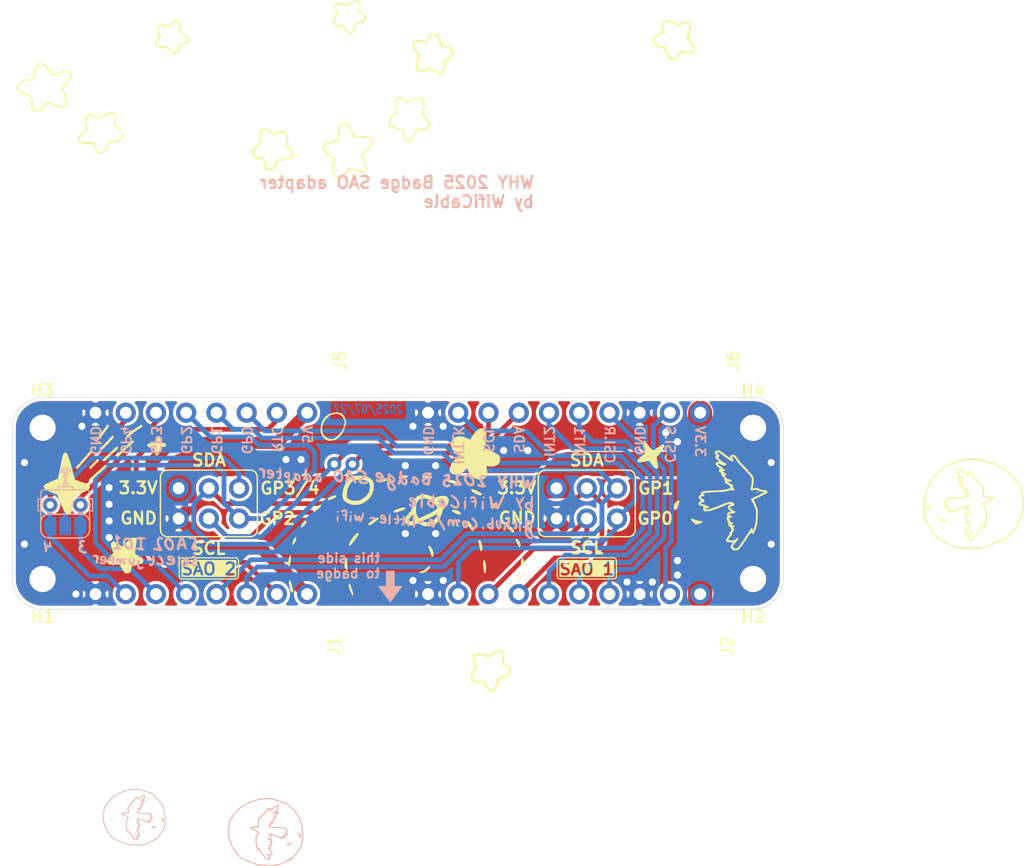
<source format=kicad_pcb>
(kicad_pcb (version 20241229) (generator "pcbnew") (generator_version "9.0")
  (layers (0 "F.Cu" signal) (2 "B.Cu" signal) (13 "F.Paste" user) (15 "B.Paste" user) (5 "F.SilkS" user "F.Silkscreen") (7 "B.SilkS" user "B.Silkscreen") (1 "F.Mask" user) (3 "B.Mask" user) (25 "Edge.Cuts" user))
  (net 0 "")
  (net 1 "GPIO4")
  (net 2 "GPIO3")
  (net 3 "+5V")
  (net 4 "GPIO0")
  (net 5 "RTC")
  (net 6 "GPIO2")
  (net 7 "GPIO1")
  (net 8 "GND")
  (net 9 "INT_KEYBOARD")
  (net 10 "INT2")
  (net 11 "CSI.RESET")
  (net 12 "CSI.STROBE")
  (net 13 "+3.3V")
  (net 14 "SCL")
  (net 15 "INT1")
  (net 16 "SDA")
  (net 17 "Net-(J4-Pin_5)")
  (footprint "Connector_PinSocket_2.54mm:PinSocket_1x10_P2.54mm_Horizontal" (layer "F.Cu") (at 150.495 95.25 -90)
    (property "Reference" "J6" (at -4.38 -2.77 90) (layer "F.SilkS"))
    (property "Value" "Conn_01x10_Pin")
    (pad "1" thru_hole circle (at 0 0 270) (size 1.7 1.7) (drill 1) (layers "*.Cu" "*.Mask") (net 13 "+3.3V"))
    (pad "2" thru_hole circle (at 0 2.54 270) (size 1.7 1.7) (drill 1) (layers "*.Cu" "*.Mask") (net 12 "CSI.STROBE"))
    (pad "3" thru_hole circle (at -0.000001 5.08 270) (size 1.7 1.7) (drill 1) (layers "*.Cu" "*.Mask") (net 8 "GND"))
    (pad "4" thru_hole circle (at 0 7.62 270) (size 1.7 1.7) (drill 1) (layers "*.Cu" "*.Mask") (net 11 "CSI.RESET"))
    (pad "5" thru_hole circle (at 0 10.16 270) (size 1.7 1.7) (drill 1) (layers "*.Cu" "*.Mask") (net 15 "INT1"))
    (pad "6" thru_hole circle (at 0 12.7 270) (size 1.7 1.7) (drill 1) (layers "*.Cu" "*.Mask") (net 10 "INT2"))
    (pad "7" thru_hole circle (at -0.000001 15.240001 270) (size 1.7 1.7) (drill 1) (layers "*.Cu" "*.Mask") (net 16 "SDA"))
    (pad "8" thru_hole circle (at 0.000001 17.78 270) (size 1.7 1.7) (drill 1) (layers "*.Cu" "*.Mask") (net 14 "SCL"))
    (pad "9" thru_hole circle (at 0.000001 20.319999 270) (size 1.7 1.7) (drill 1) (layers "*.Cu" "*.Mask") (net 9 "INT_KEYBOARD"))
    (pad "10" thru_hole circle (at 0 22.86 270) (size 1.7 1.7) (drill 1) (layers "*.Cu" "*.Mask") (net 8 "GND"))
  )
  (footprint "LOGO" (layer "F.Cu") (at 148.336 63.87898 180)
    (property "Reference" "G***" (hide yes))
    (property "Value" "LOGO" (hide yes))
  )
  (footprint "LOGO" (layer "F.Cu") (at 114.554 73.02298 112.5)
    (property "Reference" "G***" (hide yes))
    (property "Value" "LOGO" (hide yes))
  )
  (footprint "MountingHole:MountingHole_2.2mm_M2_Pad" (layer "F.Cu") (at 95.25 96.52)
    (property "Reference" "H3" (at 0 -3.15 0) (layer "F.SilkS"))
    (property "Value" "Hole_Pad")
    (pad "1" thru_hole circle (at 0 0) (size 4.4 4.4) (drill 2.2) (layers "*.Cu" "*.Mask") (net 8 "GND"))
  )
  (footprint "LOGO" (layer "F.Cu") (at 125.41898 102.513143)
    (property "Reference" "G***" (hide yes))
    (property "Value" "LOGO" (hide yes))
  )
  (footprint "LOGO" (layer "F.Cu") (at 132.842 116.84 -90)
    (property "Reference" "G***" (hide yes))
    (property "Value" "LOGO" (hide yes))
  )
  (footprint "MountingHole:MountingHole_2.2mm_M2_Pad" (layer "F.Cu") (at 154.94 96.52)
    (property "Reference" "H4" (at 0 -3.15 0) (layer "F.SilkS"))
    (property "Value" "Hole_Pad")
    (pad "1" thru_hole circle (at 0 0) (size 4.4 4.4) (drill 2.2) (layers "*.Cu" "*.Mask") (net 8 "GND"))
  )
  (footprint "Connector_PinSocket_2.54mm:PinSocket_1x08_P2.54mm_Horizontal" (layer "F.Cu") (at 117.475 95.25 -90)
    (property "Reference" "J5" (at -4.38 -2.77 90) (layer "F.SilkS"))
    (property "Value" "Conn_01x08_Pin")
    (pad "1" thru_hole circle (at 0 0 270) (size 1.7 1.7) (drill 1) (layers "*.Cu" "*.Mask") (net 3 "+5V"))
    (pad "2" thru_hole circle (at 0 2.54 270) (size 1.7 1.7) (drill 1) (layers "*.Cu" "*.Mask") (net 5 "RTC"))
    (pad "3" thru_hole circle (at -0.000001 5.08 270) (size 1.7 1.7) (drill 1) (layers "*.Cu" "*.Mask") (net 4 "GPIO0"))
    (pad "4" thru_hole circle (at 0 7.62 270) (size 1.7 1.7) (drill 1) (layers "*.Cu" "*.Mask") (net 7 "GPIO1"))
    (pad "5" thru_hole circle (at 0 10.16 270) (size 1.7 1.7) (drill 1) (layers "*.Cu" "*.Mask") (net 6 "GPIO2"))
    (pad "6" thru_hole circle (at 0 12.7 270) (size 1.7 1.7) (drill 1) (layers "*.Cu" "*.Mask") (net 2 "GPIO3"))
    (pad "7" thru_hole circle (at -0.000001 15.240001 270) (size 1.7 1.7) (drill 1) (layers "*.Cu" "*.Mask") (net 1 "GPIO4"))
    (pad "8" thru_hole circle (at 0.000001 17.78 270) (size 1.7 1.7) (drill 1) (layers "*.Cu" "*.Mask") (net 8 "GND"))
  )
  (footprint "MountingHole:MountingHole_2.2mm_M2_Pad" (layer "F.Cu") (at 95.25 109.22 180)
    (property "Reference" "H1" (at 0 -3.150001 0) (layer "F.SilkS"))
    (property "Value" "Hole_Pad")
    (pad "1" thru_hole circle (at 0 0 180) (size 4.4 4.4) (drill 2.2) (layers "*.Cu" "*.Mask") (net 8 "GND"))
  )
  (footprint "LOGO" (layer "F.Cu") (at 128.016 65.14898)
    (property "Reference" "G***" (hide yes))
    (property "Value" "LOGO" (hide yes))
  )
  (footprint "LOGO" (layer "F.Cu") (at 125.41898 102.513143)
    (property "Reference" "G***" (hide yes))
    (property "Value" "LOGO" (hide yes))
  )
  (footprint "MountingHole:MountingHole_2.2mm_M2_Pad" (layer "F.Cu") (at 154.94 109.22 180)
    (property "Reference" "H2" (at 0 -3.150001 0) (layer "F.SilkS"))
    (property "Value" "Hole_Pad")
    (pad "1" thru_hole circle (at 0 0 180) (size 4.4 4.4) (drill 2.2) (layers "*.Cu" "*.Mask") (net 8 "GND"))
  )
  (footprint "LOGO" (layer "F.Cu") (at 173.394095 102.997)
    (property "Reference" "G***" (hide yes))
    (property "Value" "LOGO" (hide yes))
  )
  (footprint "LOGO" (layer "F.Cu") (at 101.6 67.94298 -157.5)
    (property "Reference" "G***" (hide yes))
    (property "Value" "LOGO" (hide yes))
  )
  (footprint "Connector_PinSocket_2.54mm:PinSocket_2x03_P2.54mm_Vertical" (layer "F.Cu") (at 106.68 101.6 90)
    (property "Reference" "J4" (hide yes))
    (property "Value" "SAO2")
    (pad "1" thru_hole circle (at 0 0 90) (size 1.7 1.7) (drill 1) (layers "*.Cu" "*.Mask") (net 13 "+3.3V"))
    (pad "2" thru_hole circle (at -2.54 0 90) (size 1.7 1.7) (drill 1) (layers "*.Cu" "*.Mask") (net 8 "GND"))
    (pad "3" thru_hole circle (at 0 2.54 90) (size 1.7 1.7) (drill 1) (layers "*.Cu" "*.Mask") (net 16 "SDA"))
    (pad "4" thru_hole circle (at -2.54 2.54 90) (size 1.7 1.7) (drill 1) (layers "*.Cu" "*.Mask") (net 14 "SCL"))
    (pad "5" thru_hole circle (at 0.000001 5.08 90) (size 1.7 1.7) (drill 1) (layers "*.Cu" "*.Mask") (net 17 "Net-(J4-Pin_5)"))
    (pad "6" thru_hole circle (at -2.54 5.08 90) (size 1.7 1.7) (drill 1) (layers "*.Cu" "*.Mask") (net 6 "GPIO2"))
  )
  (footprint "Connector_PinHeader_2.54mm:PinHeader_1x08_P2.54mm_Horizontal" (layer "F.Cu") (at 117.475 110.49 -90)
    (property "Reference" "J1" (at 4.385 -2.270001 90) (layer "F.SilkS"))
    (property "Value" "Conn_01x08_Pin")
    (pad "1" thru_hole circle (at 0 0 270) (size 1.7 1.7) (drill 1) (layers "*.Cu" "*.Mask") (net 3 "+5V"))
    (pad "2" thru_hole circle (at 0 2.54 270) (size 1.7 1.7) (drill 1) (layers "*.Cu" "*.Mask") (net 5 "RTC"))
    (pad "3" thru_hole circle (at 0.000001 5.08 270) (size 1.7 1.7) (drill 1) (layers "*.Cu" "*.Mask") (net 4 "GPIO0"))
    (pad "4" thru_hole circle (at 0 7.62 270) (size 1.7 1.7) (drill 1) (layers "*.Cu" "*.Mask") (net 7 "GPIO1"))
    (pad "5" thru_hole circle (at 0 10.16 270) (size 1.7 1.7) (drill 1) (layers "*.Cu" "*.Mask") (net 6 "GPIO2"))
    (pad "6" thru_hole circle (at 0 12.7 270) (size 1.7 1.7) (drill 1) (layers "*.Cu" "*.Mask") (net 2 "GPIO3"))
    (pad "7" thru_hole circle (at -0.000001 15.240001 270) (size 1.7 1.7) (drill 1) (layers "*.Cu" "*.Mask") (net 1 "GPIO4"))
    (pad "8" thru_hole circle (at 0.000001 17.78 270) (size 1.7 1.7) (drill 1) (layers "*.Cu" "*.Mask") (net 8 "GND"))
  )
  (footprint "LOGO" (layer "F.Cu") (at 123.19 67.68898 -90)
    (property "Reference" "G***" (hide yes))
    (property "Value" "LOGO" (hide yes))
  )
  (footprint "LOGO" (layer "F.Cu") (at 132.365416 107.042474 -90)
    (property "Reference" "G***" (hide yes))
    (property "Value" "LOGO" (hide yes))
  )
  (footprint "Connector_PinSocket_2.54mm:PinSocket_2x03_P2.54mm_Vertical" (layer "F.Cu") (at 138.43 101.6 90)
    (property "Reference" "J3" (hide yes))
    (property "Value" "SAO1")
    (pad "1" thru_hole circle (at 0 0 90) (size 1.7 1.7) (drill 1) (layers "*.Cu" "*.Mask") (net 13 "+3.3V"))
    (pad "2" thru_hole circle (at -2.54 0 90) (size 1.7 1.7) (drill 1) (layers "*.Cu" "*.Mask") (net 8 "GND"))
    (pad "3" thru_hole circle (at 0 2.54 90) (size 1.7 1.7) (drill 1) (layers "*.Cu" "*.Mask") (net 16 "SDA"))
    (pad "4" thru_hole circle (at -2.54 2.54 90) (size 1.7 1.7) (drill 1) (layers "*.Cu" "*.Mask") (net 14 "SCL"))
    (pad "5" thru_hole circle (at 0.000001 5.08 90) (size 1.7 1.7) (drill 1) (layers "*.Cu" "*.Mask") (net 7 "GPIO1"))
    (pad "6" thru_hole circle (at -2.54 5.08 90) (size 1.7 1.7) (drill 1) (layers "*.Cu" "*.Mask") (net 4 "GPIO0"))
  )
  (footprint "LOGO" (layer "F.Cu") (at 153.67 102.6668)
    (property "Reference" "G***" (hide yes))
    (property "Value" "LOGO" (hide yes))
  )
  (footprint "Connector_PinHeader_2.54mm:PinHeader_1x10_P2.54mm_Horizontal" (layer "F.Cu") (at 150.495 110.49 -90)
    (property "Reference" "J2" (at 4.385 -2.270001 90) (layer "F.SilkS"))
    (property "Value" "Conn_01x10_Pin")
    (pad "1" thru_hole circle (at 0 0 270) (size 1.7 1.7) (drill 1) (layers "*.Cu" "*.Mask") (net 13 "+3.3V"))
    (pad "2" thru_hole circle (at 0 2.54 270) (size 1.7 1.7) (drill 1) (layers "*.Cu" "*.Mask") (net 12 "CSI.STROBE"))
    (pad "3" thru_hole circle (at -0.000001 5.08 270) (size 1.7 1.7) (drill 1) (layers "*.Cu" "*.Mask") (net 8 "GND"))
    (pad "4" thru_hole circle (at 0 7.62 270) (size 1.7 1.7) (drill 1) (layers "*.Cu" "*.Mask") (net 11 "CSI.RESET"))
    (pad "5" thru_hole circle (at 0 10.16 270) (size 1.7 1.7) (drill 1) (layers "*.Cu" "*.Mask") (net 15 "INT1"))
    (pad "6" thru_hole circle (at 0 12.7 270) (size 1.7 1.7) (drill 1) (layers "*.Cu" "*.Mask") (net 10 "INT2"))
    (pad "7" thru_hole circle (at -0.000001 15.240001 270) (size 1.7 1.7) (drill 1) (layers "*.Cu" "*.Mask") (net 16 "SDA"))
    (pad "8" thru_hole circle (at 0.000001 17.78 270) (size 1.7 1.7) (drill 1) (layers "*.Cu" "*.Mask") (net 14 "SCL"))
    (pad "9" thru_hole circle (at 0.000001 20.319999 270) (size 1.7 1.7) (drill 1) (layers "*.Cu" "*.Mask") (net 9 "INT_KEYBOARD"))
    (pad "10" thru_hole circle (at 0 22.86 270) (size 1.7 1.7) (drill 1) (layers "*.Cu" "*.Mask") (net 8 "GND"))
  )
  (footprint "LOGO" (layer "B.Cu") (at 101.854 107.442 180)
    (property "Reference" "G***" (hide yes))
    (property "Value" "LOGO" (hide yes))
  )
  (footprint "LOGO" (layer "B.Cu") (at 114.046 130.556 180)
    (property "Reference" "G***" (hide yes))
    (property "Value" "LOGO" (hide yes))
  )
  (footprint "LOGO" (layer "B.Cu") (at 102.997 129.286 180)
    (property "Reference" "G***" (hide yes))
    (property "Value" "LOGO" (hide yes))
  )
  (footprint "Jumper:SolderJumper-3_P1.3mm_Open_RoundedPad1.0x1.5mm" (layer "B.Cu") (at 97.155 104.775 180)
    (property "Reference" "JP1" (hide yes))
    (property "Value" "GPIO select")
    (pad "1" smd custom (at -1.300001 0.000001 180) (size 1 0.5) (layers "B.Cu" "B.Mask") (net 2 "GPIO3") (options (clearance outline) (anchor rect)) (primitives (gr_circle (center 0 -0.25) (end 0.5 -0.25) (width 0) (fill yes)) (gr_circle (center 0 0.25) (end 0.5 0.25) (width 0) (fill yes)) (gr_poly (pts (xy 0.55 -0.75) (xy 0 -0.75) (xy 0 0.75) (xy 0.55 0.75)) (width 0) (fill yes))))
    (pad "2" smd rect (at 0 0 180) (size 1 1.5) (layers "B.Cu" "B.Mask") (net 17 "Net-(J4-Pin_5)"))
    (pad "3" smd custom (at 1.300001 -0.000001 180) (size 1 0.5) (layers "B.Cu" "B.Mask") (net 1 "GPIO4") (options (clearance outline) (anchor rect)) (primitives (gr_circle (center 0 -0.25) (end 0.5 -0.25) (width 0) (fill yes)) (gr_circle (center 0 0.25) (end 0.5 0.25) (width 0) (fill yes)) (gr_poly (pts (xy 0 -0.75) (xy -0.55 -0.75) (xy -0.55 0.75) (xy 0 0.75)) (width 0) (fill yes))))
  )
  (footprint "LOGO" (layer "B.Cu") (at 152.908 102.997 180)
    (property "Reference" "G***" (hide yes))
    (property "Value" "LOGO" (hide yes))
  )
  (footprint "LOGO" (layer "B.Cu") (at 124.714 103.017696 180)
    (property "Reference" "G***" (hide yes))
    (property "Value" "LOGO" (hide yes))
  )
  (footprint "LOGO" (layer "B.Cu") (at 162.941 102.997 180)
    (property "Reference" "G***" (hide yes))
    (property "Value" "LOGO" (hide yes))
  )
  (gr_line (start 100.1268 98.3488) (end 100.6348 97.84588) (stroke (width 0.2)) (layer "F.SilkS"))
  (gr_line (start 106.9848 109.22) (end 111.4552 109.22) (stroke (width 0.1)) (layer "F.SilkS"))
  (gr_arc (start 111.4552 107.442) (mid 111.634805 107.516395) (end 111.7092 107.696) (stroke (width 0.1)) (layer "F.SilkS"))
  (gr_line (start 111.4552 107.442) (end 106.9848 107.442) (stroke (width 0.1)) (layer "F.SilkS"))
  (gr_arc (start 106.9848 109.22) (mid 106.805195 109.145605) (end 106.7308 108.966) (stroke (width 0.1)) (layer "F.SilkS"))
  (gr_line (start 100.2538 97.0153) (end 100.7364 96.3549) (stroke (width 0.2)) (layer "F.SilkS"))
  (gr_line (start 102.362 97.2312) (end 102.8954 96.7994) (stroke (width 0.2)) (layer "F.SilkS"))
  (gr_line (start 138.7348 109.22) (end 143.2052 109.22) (stroke (width 0.1)) (layer "F.SilkS"))
  (gr_arc (start 143.2052 107.442) (mid 143.384805 107.516395) (end 143.4592 107.696) (stroke (width 0.1)) (layer "F.SilkS"))
  (gr_arc (start 106.7308 107.696) (mid 106.805195 107.516395) (end 106.9848 107.442) (stroke (width 0.1)) (layer "F.SilkS"))
  (gr_line (start 143.4592 108.966) (end 143.4592 107.696) (stroke (width 0.1)) (layer "F.SilkS"))
  (gr_line (start 99.2378 100.9142) (end 100.5332 99.7458) (stroke (width 0.2)) (layer "F.SilkS"))
  (gr_line (start 101.5492 98.8568) (end 102.1969 98.2345) (stroke (width 0.2)) (layer "F.SilkS"))
  (gr_line (start 106.7308 107.696) (end 106.7308 108.966) (stroke (width 0.1)) (layer "F.SilkS"))
  (gr_line (start 100.6348 97.8408) (end 101.1428 97.282) (stroke (width 0.2)) (layer "F.SilkS"))
  (gr_arc (start 111.7092 108.966) (mid 111.634805 109.145605) (end 111.4552 109.22) (stroke (width 0.1)) (layer "F.SilkS"))
  (gr_arc (start 138.4808 107.696) (mid 138.555195 107.516395) (end 138.7348 107.442) (stroke (width 0.1)) (layer "F.SilkS"))
  (gr_arc (start 138.7348 109.22) (mid 138.555195 109.145605) (end 138.4808 108.966) (stroke (width 0.1)) (layer "F.SilkS"))
  (gr_line (start 143.2052 107.442) (end 138.7348 107.442) (stroke (width 0.1)) (layer "F.SilkS"))
  (gr_line (start 138.4808 107.696) (end 138.4808 108.966) (stroke (width 0.1)) (layer "F.SilkS"))
  (gr_line (start 102.8954 96.7994) (end 103.5304 96.3676) (stroke (width 0.2)) (layer "F.SilkS"))
  (gr_line (start 100.4062 99.2378) (end 101.4984 98.1964) (stroke (width 0.2)) (layer "F.SilkS"))
  (gr_line (start 99.8982 97.4471) (end 100.2538 97.0153) (stroke (width 0.2)) (layer "F.SilkS"))
  (gr_line (start 98.1456 99.8728) (end 99.314 98.552) (stroke (width 0.2)) (layer "F.SilkS"))
  (gr_line (start 111.7092 108.966) (end 111.7092 107.696) (stroke (width 0.1)) (layer "F.SilkS"))
  (gr_arc (start 143.4592 108.966) (mid 143.384805 109.145605) (end 143.2052 109.22) (stroke (width 0.1)) (layer "F.SilkS"))
  (gr_line (start 102.1969 98.2345) (end 102.8192 97.6884) (stroke (width 0.2)) (layer "F.SilkS"))
  (gr_line (start 99.2632 99.8728) (end 99.8728 99.2632) (stroke (width 0.2)) (layer "F.SilkS"))
  (gr_line (start 99.441 103.505) (end 99.2124 103.505) (stroke (width 0.1)) (layer "B.SilkS"))
  (gr_line (start 94.869 103.505) (end 95.0976 103.505) (stroke (width 0.1)) (layer "B.SilkS"))
  (gr_line (start 97.155 100.711) (end 97.0026 101.473) (stroke (width 0.1)) (layer "B.SilkS"))
  (gr_line (start 99.441 102.489) (end 99.441 103.505) (stroke (width 0.1)) (layer "B.SilkS"))
  (gr_arc (start 95.105999 101.981) (mid 95.180394 101.801394) (end 95.36 101.726999) (stroke (width 0.1)) (layer "B.SilkS"))
  (gr_arc (start 96.81375 100.24275) (mid 97.155 100.1014) (end 97.49625 100.24275) (stroke (width 0.1)) (layer "B.SilkS"))
  (gr_arc (start 96.938726 100.367726) (mid 97.155 100.278142) (end 97.371274 100.367726) (stroke (width 0.1)) (layer "B.SilkS"))
  (gr_circle (center 95.885 102.997) (end 96.52 102.997) (stroke (width 0.1)) (fill no) (layer "B.SilkS"))
  (gr_line (start 95.0976 102.489) (end 94.869 102.489) (stroke (width 0.1)) (layer "B.SilkS"))
  (gr_poly (pts (xy 125.4125 109.855) (xy 124.7775 109.855) (xy 124.7775 108.585) (xy 124.1425 108.585) (xy 124.1425 109.855) (xy 123.5075 109.855) (xy 124.46 111.125)) (stroke (width 0.1)) (fill yes) (layer "B.SilkS"))
  (gr_line (start 97.79 101.473) (end 96.52 101.473) (stroke (width 0.1)) (layer "B.SilkS"))
  (gr_line (start 98.933 101.727) (end 95.377 101.727) (stroke (width 0.1)) (layer "B.SilkS"))
  (gr_line (start 96.52 101.473) (end 96.52 101.727) (stroke (width 0.1)) (layer "B.SilkS"))
  (gr_line (start 97.3074 101.473) (end 97.155 100.711) (stroke (width 0.1)) (layer "B.SilkS"))
  (gr_line (start 99.2124 102.489) (end 99.441 102.489) (stroke (width 0.1)) (layer "B.SilkS"))
  (gr_line (start 97.79 101.727) (end 97.79 101.473) (stroke (width 0.1)) (layer "B.SilkS"))
  (gr_circle (center 97.155 100.584) (end 97.155 100.711) (stroke (width 0.1)) (fill no) (layer "B.SilkS"))
  (gr_arc (start 96.688027 100.117027) (mid 97.155 99.9236) (end 97.621973 100.117027) (stroke (width 0.1)) (layer "B.SilkS"))
  (gr_arc (start 98.933 101.727) (mid 99.112605 101.801395) (end 99.187 101.981) (stroke (width 0.1)) (layer "B.SilkS"))
  (gr_circle (center 98.425 102.997) (end 97.79 102.997) (stroke (width 0.1)) (fill no) (layer "B.SilkS"))
  (gr_line (start 99.205 104.475) (end 99.187 101.981) (stroke (width 0.1)) (layer "B.SilkS"))
  (gr_line (start 95.105999 101.981) (end 95.105 104.475) (stroke (width 0.1)) (layer "B.SilkS"))
  (gr_line (start 94.869 102.489) (end 94.869 103.505) (stroke (width 0.1)) (layer "B.SilkS"))
  (gr_arc (start 95.25 111.76) (mid 93.453949 111.016051) (end 92.71 109.22) (stroke (width 0.05)) (layer "Edge.Cuts"))
  (gr_line (start 157.48 109.22) (end 157.48 96.52) (stroke (width 0.05)) (layer "Edge.Cuts"))
  (gr_line (start 154.94 93.98) (end 95.25 93.98) (stroke (width 0.05)) (layer "Edge.Cuts"))
  (gr_line (start 95.25 111.76) (end 154.94 111.76) (stroke (width 0.05)) (layer "Edge.Cuts"))
  (gr_arc (start 154.94 93.98) (mid 156.736051 94.723949) (end 157.48 96.52) (stroke (width 0.05)) (layer "Edge.Cuts"))
  (gr_arc (start 157.48 109.22) (mid 156.736051 111.016051) (end 154.94 111.76) (stroke (width 0.05)) (layer "Edge.Cuts"))
  (gr_line (start 92.71 96.52) (end 92.71 109.22) (stroke (width 0.05)) (layer "Edge.Cuts"))
  (gr_arc (start 92.71 96.52) (mid 93.453949 94.723949) (end 95.25 93.98) (stroke (width 0.05)) (layer "Edge.Cuts"))
  (gr_text "2025/07/27" (at 125.603 95.377 0) (layer "B.Cu") (effects (font (size 0.7 0.6) (thickness 0.12) (bold yes)) (justify left bottom mirror)))
  (gr_text "GND" (at 136.779 104.11 0) (layer "F.SilkS") (effects (font (size 1 1) (thickness 0.2) (bold yes)) (justify right)))
  (gr_text "SAO 2" (at 109.22 108.966 0) (layer "F.SilkS" knockout) (effects (font (size 1 1) (thickness 0.2) (bold yes)) (justify bottom)))
  (gr_text "SCL" (at 140.97 107.188 0) (layer "F.SilkS") (effects (font (size 1 1) (thickness 0.2) (bold yes)) (justify bottom)))
  (gr_text "SAO 1" (at 140.97 108.966 0) (layer "F.SilkS" knockout) (effects (font (size 1 1) (thickness 0.2) (bold yes)) (justify bottom)))
  (gr_text "GP0" (at 145.101 104.14 0) (layer "F.SilkS") (effects (font (size 1 1) (thickness 0.2) (bold yes)) (justify left)))
  (gr_text "SDA" (at 109.22 99.822 0) (layer "F.SilkS") (effects (font (size 1 1) (thickness 0.2) (bold yes)) (justify bottom)))
  (gr_text "GP1" (at 145.161 101.6 0) (layer "F.SilkS") (effects (font (size 1 1) (thickness 0.2) (bold yes)) (justify left)))
  (gr_text "GP3/4" (at 113.4202 101.6 0) (layer "F.SilkS") (effects (font (size 1 1) (thickness 0.2) (bold yes)) (justify left)))
  (gr_text "GND" (at 104.969 104.11 0) (layer "F.SilkS") (effects (font (size 1 1) (thickness 0.2) (bold yes)) (justify right)))
  (gr_text "SCL" (at 109.22 107.2388 0) (layer "F.SilkS") (effects (font (size 1 1) (thickness 0.2) (bold yes)) (justify bottom)))
  (gr_text "3.3V" (at 105.029 101.57 0) (layer "F.SilkS") (effects (font (size 1 1) (thickness 0.2) (bold yes)) (justify right)))
  (gr_text "3.3V" (at 136.839 101.57 0) (layer "F.SilkS") (effects (font (size 1 1) (thickness 0.2) (bold yes)) (justify right)))
  (gr_text "GP2" (at 113.3602 104.14 0) (layer "F.SilkS") (effects (font (size 1 1) (thickness 0.2) (bold yes)) (justify left)))
  (gr_text "SDA" (at 140.97 99.822 0) (layer "F.SilkS") (effects (font (size 1 1) (thickness 0.2) (bold yes)) (justify bottom)))
  (gr_text "GP3" (at 104.775 96.266 270) (layer "B.SilkS") (effects (font (size 0.8 0.8) (thickness 0.16) (bold yes)) (justify right mirror)))
  (gr_text "GND" (at 127.635 96.266 270) (layer "B.SilkS") (effects (font (size 0.8 0.8) (thickness 0.16) (bold yes)) (justify right mirror)))
  (gr_text "RTC" (at 114.935 96.266 270) (layer "B.SilkS") (effects (font (size 0.8 0.8) (thickness 0.16) (bold yes)) (justify right mirror)))
  (gr_text "this side\nto badge" (at 123.698 109.22 0) (layer "B.SilkS") (effects (font (size 0.8 0.8) (thickness 0.16) (bold yes)) (justify left bottom mirror)))
  (gr_text "SDA" (at 135.255 96.266 270) (layer "B.SilkS") (effects (font (size 0.8 0.8) (thickness 0.16) (bold yes)) (justify right mirror)))
  (gr_text "CSI.S" (at 147.955 96.266 270) (layer "B.SilkS") (effects (font (size 0.8 0.8) (thickness 0.16) (bold yes)) (justify right mirror)))
  (gr_text "5V" (at 117.475 96.266 270) (layer "B.SilkS") (effects (font (size 0.8 0.8) (thickness 0.16) (bold yes)) (justify right mirror)))
  (gr_text "GND" (at 99.695 96.266 270) (layer "B.SilkS") (effects (font (size 0.8 0.8) (thickness 0.16) (bold yes)) (justify right mirror)))
  (gr_text "GP4" (at 102.235 96.266 270) (layer "B.SilkS") (effects (font (size 0.8 0.8) (thickness 0.16) (bold yes)) (justify right mirror)))
  (gr_text "CSI.R" (at 142.875 96.266 270) (layer "B.SilkS") (effects (font (size 0.8 0.8) (thickness 0.16) (bold yes)) (justify right mirror)))
  (gr_text "SCL" (at 132.715 96.266 270) (layer "B.SilkS") (effects (font (size 0.8 0.8) (thickness 0.16) (bold yes)) (justify right mirror)))
  (gr_text "INT_K" (at 130.175 96.266 270) (layer "B.SilkS") (effects (font (size 0.8 0.8) (thickness 0.16) (bold yes)) (justify right mirror)))
  (gr_text "GP2" (at 107.315 96.266 270) (layer "B.SilkS") (effects (font (size 0.8 0.8) (thickness 0.16) (bold yes)) (justify right mirror)))
  (gr_text "GND" (at 145.415 96.266 270) (layer "B.SilkS") (effects (font (size 0.8 0.8) (thickness 0.16) (bold yes)) (justify right mirror)))
  (gr_text "3.3V" (at 150.495 96.266 270) (layer "B.SilkS") (effects (font (size 0.8 0.8) (thickness 0.16) (bold yes)) (justify right mirror)))
  (gr_text "INT2" (at 137.795 96.266 270) (layer "B.SilkS") (effects (font (size 0.8 0.8) (thickness 0.16) (bold yes)) (justify right mirror)))
  (gr_text "GP0" (at 112.395 96.266 270) (layer "B.SilkS") (effects (font (size 0.8 0.8) (thickness 0.16) (bold yes)) (justify right mirror)))
  (gr_text "GP1" (at 109.855 96.266 270) (layer "B.SilkS") (effects (font (size 0.8 0.8) (thickness 0.16) (bold yes)) (justify right mirror)))
  (gr_text "WHY 2025 Badge SAO adapter\nby WifiCable" (at 136.652 78.105 0) (layer "B.SilkS") (effects (font (size 1 1) (thickness 0.2) (bold yes)) (justify left bottom mirror)))
  (gr_text "INT1" (at 140.335 96.266 270) (layer "B.SilkS") (effects (font (size 0.8 0.8) (thickness 0.16) (bold yes)) (justify right mirror)))
  (segment (start 95.885 102.997) (end 95.885 102.234998) (width 0.4) (layer "F.Cu") (net 1))
  (segment (start 95.885 102.234998) (end 102.869999 95.249999) (width 0.4) (layer "F.Cu") (net 1))
  (via (at 95.885 102.997) (size 1.2) (drill 0.6) (layers "F.Cu" "B.Cu") (net 1))
  (segment (start 100.711 108.966) (end 102.234999 110.489999) (width 0.4) (layer "B.Cu") (net 1))
  (segment (start 95.854999 105.633999) (end 95.854999 104.775001) (width 0.4) (layer "B.Cu") (net 1))
  (segment (start 99.187 108.966) (end 95.854999 105.633999) (width 0.4) (layer "B.Cu") (net 1))
  (segment (start 95.854999 104.775001) (end 95.854999 103.027001) (width 0.4) (layer "B.Cu") (net 1))
  (segment (start 95.854999 103.027001) (end 95.885 102.997) (width 0.4) (layer "B.Cu") (net 1))
  (segment (start 99.187 108.966) (end 100.711 108.966) (width 0.4) (layer "B.Cu") (net 1))
  (segment (start 98.425 102.401058) (end 105.41 95.416058) (width 0.4) (layer "F.Cu") (net 2))
  (segment (start 105.41 95.416058) (end 105.41 95.25) (width 0.4) (layer "F.Cu") (net 2))
  (segment (start 98.425 102.997) (end 98.425 102.401058) (width 0.4) (layer "F.Cu") (net 2))
  (via (at 98.425 102.997) (size 1.2) (drill 0.6) (layers "F.Cu" "B.Cu") (net 2))
  (segment (start 102.65 108.365) (end 104.775 110.49) (width 0.4) (layer "B.Cu") (net 2))
  (segment (start 100.11 108.365) (end 98.455001 106.710001) (width 0.4) (layer "B.Cu") (net 2))
  (segment (start 98.455001 104.774999) (end 98.455001 103.027001) (width 0.4) (layer "B.Cu") (net 2))
  (segment (start 98.455001 106.710001) (end 98.455001 104.774999) (width 0.4) (layer "B.Cu") (net 2))
  (segment (start 98.455001 103.027001) (end 98.425 102.997) (width 0.4) (layer "B.Cu") (net 2))
  (segment (start 100.11 108.365) (end 102.65 108.365) (width 0.4) (layer "B.Cu") (net 2))
  (segment (start 114.935 97.79) (end 117.475 95.25) (width 1) (layer "F.Cu") (net 3))
  (segment (start 105.664 106.68) (end 113.665 106.68) (width 1) (layer "F.Cu") (net 3))
  (segment (start 104.394 99.441) (end 106.045 97.79) (width 1) (layer "F.Cu") (net 3))
  (segment (start 113.665 106.68) (end 117.475 110.49) (width 1) (layer "F.Cu") (net 3))
  (segment (start 104.394 105.41) (end 104.394 99.441) (width 1) (layer "F.Cu") (net 3))
  (segment (start 105.664 106.68) (end 104.394 105.41) (width 1) (layer "F.Cu") (net 3))
  (segment (start 106.045 97.79) (end 114.935 97.79) (width 1) (layer "F.Cu") (net 3))
  (segment (start 130.550942 99.475) (end 129.119942 98.044) (width 0.4) (layer "B.Cu") (net 4))
  (segment (start 143.573232 99.475) (end 130.550942 99.475) (width 0.4) (layer "B.Cu") (net 4))
  (segment (start 145.034 102.616) (end 145.034 100.935768) (width 0.4) (layer "B.Cu") (net 4))
  (segment (start 124.968 98.044) (end 123.698 96.774) (width 0.4) (layer "B.Cu") (net 4))
  (segment (start 145.034 100.935768) (end 143.573232 99.475) (width 0.4) (layer "B.Cu") (net 4))
  (segment (start 129.119942 98.044) (end 124.968 98.044) (width 0.4) (layer "B.Cu") (net 4))
  (segment (start 142.401 106.011) (end 131.137058 106.011) (width 0.4) (layer "B.Cu") (net 4))
  (segment (start 128.944058 108.204) (end 113.284 108.204) (width 0.4) (layer "B.Cu") (net 4))
  (segment (start 143.51 104.14) (end 143.51 104.902) (width 0.4) (layer "B.Cu") (net 4))
  (segment (start 112.395 109.093) (end 112.395 110.490001) (width 0.4) (layer "B.Cu") (net 4))
  (segment (start 123.698 96.774) (end 113.919001 96.774) (width 0.4) (layer "B.Cu") (net 4))
  (segment (start 143.51 104.14) (end 145.034 102.616) (width 0.4) (layer "B.Cu") (net 4))
  (segment (start 131.137058 106.011) (end 128.944058 108.204) (width 0.4) (layer "B.Cu") (net 4))
  (segment (start 143.51 104.902) (end 142.401 106.011) (width 0.4) (layer "B.Cu") (net 4))
  (segment (start 113.284 108.204) (end 112.395 109.093) (width 0.4) (layer "B.Cu") (net 4))
  (segment (start 113.919001 96.774) (end 112.395 95.249999) (width 0.4) (layer "B.Cu") (net 4))
  (segment (start 105.537 96.647) (end 103.124 99.06) (width 0.4) (layer "F.Cu") (net 5))
  (segment (start 112.268 107.823) (end 114.935 110.49) (width 0.4) (layer "F.Cu") (net 5))
  (segment (start 103.124 105.918) (end 105.029 107.823) (width 0.4) (layer "F.Cu") (net 5))
  (segment (start 115.57 95.25) (end 114.173 96.647) (width 0.4) (layer "F.Cu") (net 5))
  (segment (start 105.029 107.823) (end 112.268 107.823) (width 0.4) (layer "F.Cu") (net 5))
  (segment (start 114.173 96.647) (end 105.537 96.647) (width 0.4) (layer "F.Cu") (net 5))
  (segment (start 103.124 99.06) (end 103.124 105.918) (width 0.4) (layer "F.Cu") (net 5))
  (segment (start 114.046 104.14) (end 118.11 100.076) (width 0.4) (layer "B.Cu") (net 6))
  (segment (start 99.695 106.172) (end 99.695 100.711) (width 0.4) (layer "B.Cu") (net 6))
  (segment (start 109.347 97.282) (end 107.315 95.25) (width 0.4) (layer "B.Cu") (net 6))
  (segment (start 99.695 100.711) (end 100.745 99.661) (width 0.4) (layer "B.Cu") (net 6))
  (segment (start 118.11 98.552) (end 117.534 97.976) (width 0.4) (layer "B.Cu") (net 6))
  (segment (start 110.49 100.33) (end 110.49 102.87) (width 0.4) (layer "B.Cu") (net 6))
  (segment (start 109.821 99.661) (end 110.49 100.33) (width 0.4) (layer "B.Cu") (net 6))
  (segment (start 101.287 107.764) (end 104.589 107.764) (width 0.4) (layer "B.Cu") (net 6))
  (segment (start 113.421117 97.976) (end 112.727117 97.282) (width 0.4) (layer "B.Cu") (net 6))
  (segment (start 110.49 102.87) (end 111.76 104.14) (width 0.4) (layer "B.Cu") (net 6))
  (segment (start 117.534 97.976) (end 113.421117 97.976) (width 0.4) (layer "B.Cu") (net 6))
  (segment (start 104.589 107.764) (end 107.315 110.49) (width 0.4) (layer "B.Cu") (net 6))
  (segment (start 118.11 100.076) (end 118.11 98.552) (width 0.4) (layer "B.Cu") (net 6))
  (segment (start 101.287 107.764) (end 99.695 106.172) (width 0.4) (layer "B.Cu") (net 6))
  (segment (start 112.727117 97.282) (end 109.347 97.282) (width 0.4) (layer "B.Cu") (net 6))
  (segment (start 100.745 99.661) (end 109.821 99.661) (width 0.4) (layer "B.Cu") (net 6))
  (segment (start 111.76 104.14) (end 114.046 104.14) (width 0.4) (layer "B.Cu") (net 6))
  (segment (start 143.51 101.599999) (end 141.986001 100.076) (width 0.4) (layer "B.Cu") (net 7))
  (segment (start 113.670059 97.375) (end 112.942059 96.647) (width 0.4) (layer "B.Cu") (net 7))
  (segment (start 130.888116 105.41) (end 128.695116 107.603) (width 0.4) (layer "B.Cu") (net 7))
  (segment (start 142.24 104.775) (end 141.605 105.41) (width 0.4) (layer "B.Cu") (net 7))
  (segment (start 111.252 96.647) (end 109.855 95.25) (width 0.4) (layer "B.Cu") (net 7))
  (segment (start 124.719058 98.645) (end 123.449058 97.375) (width 0.4) (layer "B.Cu") (net 7))
  (segment (start 112.942059 96.647) (end 111.252 96.647) (width 0.4) (layer "B.Cu") (net 7))
  (segment (start 141.605 105.41) (end 130.888116 105.41) (width 0.4) (layer "B.Cu") (net 7))
  (segment (start 142.24 102.869999) (end 142.24 104.775) (width 0.4) (layer "B.Cu") (net 7))
  (segment (start 141.986001 100.076) (end 130.302 100.076) (width 0.4) (layer "B.Cu") (net 7))
  (segment (start 128.695116 107.603) (end 112.742 107.603) (width 0.4) (layer "B.Cu") (net 7))
  (segment (start 123.449058 97.375) (end 113.670059 97.375) (width 0.4) (layer "B.Cu") (net 7))
  (segment (start 112.742 107.603) (end 109.855 110.49) (width 0.4) (layer "B.Cu") (net 7))
  (segment (start 128.871 98.645) (end 124.719058 98.645) (width 0.4) (layer "B.Cu") (net 7))
  (segment (start 130.302 100.076) (end 128.871 98.645) (width 0.4) (layer "B.Cu") (net 7))
  (segment (start 143.51 101.599999) (end 142.24 102.869999) (width 0.4) (layer "B.Cu") (net 7))
  (via (at 98.044 110.49) (size 1.2) (drill 0.6) (layers "F.Cu" "B.Cu") (net 8))
  (via (at 93.726 99.441) (size 1.2) (drill 0.6) (layers "F.Cu" "B.Cu") (net 8))
  (via (at 125.73 105.41) (size 1.2) (drill 0.6) (layers "F.Cu" "B.Cu") (net 8))
  (via (at 128.27 105.41) (size 1.2) (drill 0.6) (layers "F.Cu" "B.Cu") (net 8))
  (via (at 100.838 104.3432) (size 1.2) (drill 0.6) (layers "F.Cu" "B.Cu") (net 8))
  (via (at 148.59 107.6706) (size 1.2) (drill 0.6) (layers "F.Cu" "B.Cu") (net 8))
  (via (at 144.3482 109.474) (size 1.2) (drill 0.6) (layers "F.Cu" "B.Cu") (net 8))
  (via (at 126.365 96.393) (size 1.2) (drill 0.6) (layers "F.Cu" "B.Cu") (net 8))
  (via (at 128.905 96.393) (size 1.2) (drill 0.6) (layers "F.Cu" "B.Cu") (net 8))
  (via (at 126.365 109.347) (size 1.2) (drill 0.6) (layers "F.Cu" "B.Cu") (net 8))
  (via (at 115.697 99.187) (size 1.2) (drill 0.6) (layers "F.Cu" "B.Cu") (net 8))
  (via (at 116.967 99.187) (size 1.2) (drill 0.6) (layers "F.Cu" "B.Cu") (net 8))
  (via (at 128.905 109.347) (size 1.2) (drill 0.6) (layers "F.Cu" "B.Cu") (net 8))
  (via (at 156.464 106.299) (size 1.2) (drill 0.6) (layers "F.Cu" "B.Cu") (net 8))
  (via (at 100.838 101.5492) (size 1.2) (drill 0.6) (layers "F.Cu" "B.Cu") (net 8))
  (via (at 98.552 96.393) (size 1.2) (drill 0.6) (layers "F.Cu" "B.Cu") (net 8))
  (via (at 148.59 108.8898) (size 1.2) (drill 0.6) (layers "F.Cu" "B.Cu") (net 8))
  (via (at 146.4818 109.474) (size 1.2) (drill 0.6) (layers "F.Cu" "B.Cu") (net 8))
  (via (at 100.838 102.9462) (size 1.2) (drill 0.6) (layers "F.Cu" "B.Cu") (net 8))
  (via (at 125.73 99.695) (size 1.2) (drill 0.6) (layers "F.Cu" "B.Cu") (net 8))
  (via (at 93.726 106.299) (size 1.2) (drill 0.6) (layers "F.Cu" "B.Cu") (net 8))
  (via (at 136.017 98.425) (size 1.2) (drill 0.6) (layers "F.Cu" "B.Cu") (net 8))
  (via (at 133.985 98.425) (size 1.2) (drill 0.6) (layers "F.Cu" "B.Cu") (net 8))
  (via (at 156.464 99.441) (size 1.2) (drill 0.6) (layers "F.Cu" "B.Cu") (net 8))
  (via (at 147.5994 96.9264) (size 1.2) (drill 0.6) (layers "F.Cu" "B.Cu") (net 8))
  (via (at 128.27 99.695) (size 1.2) (drill 0.6) (layers "F.Cu" "B.Cu") (net 8))
  (via (at 148.59 97.6884) (size 1.2) (drill 0.6) (layers "F.Cu" "B.Cu") (net 8))
  (via (at 100.838 105.7402) (size 1.2) (drill 0.6) (layers "F.Cu" "B.Cu") (net 8))
  (segment (start 130.175001 107.822999) (end 130.175001 110.490001) (width 0.4) (layer "B.Cu") (net 9))
  (segment (start 145.678 105.010174) (end 144.076174 106.612) (width 0.4) (layer "B.Cu") (net 9))
  (segment (start 144.076174 106.612) (end 131.386 106.612) (width 0.4) (layer "B.Cu") (net 9))
  (segment (start 143.822174 98.874) (end 145.678 100.729826) (width 0.4) (layer "B.Cu") (net 9))
  (segment (start 137.99 98.874) (end 143.822174 98.874) (width 0.4) (layer "B.Cu") (net 9))
  (segment (start 131.699 96.774) (end 135.89 96.774) (width 0.4) (layer "B.Cu") (net 9))
  (segment (start 145.678 100.729826) (end 145.678 105.010174) (width 0.4) (layer "B.Cu") (net 9))
  (segment (start 130.175001 95.250001) (end 131.699 96.774) (width 0.4) (layer "B.Cu") (net 9))
  (segment (start 131.386 106.612) (end 130.175001 107.822999) (width 0.4) (layer "B.Cu") (net 9))
  (segment (start 135.89 96.774) (end 137.99 98.874) (width 0.4) (layer "B.Cu") (net 9))
  (segment (start 144.071116 98.273) (end 139.802 98.273) (width 0.4) (layer "B.Cu") (net 10))
  (segment (start 137.795 96.266) (end 137.795 95.25) (width 0.4) (layer "B.Cu") (net 10))
  (segment (start 146.279 100.480884) (end 144.071116 98.273) (width 0.4) (layer "B.Cu") (net 10))
  (segment (start 144.325116 107.213) (end 146.279 105.259116) (width 0.4) (layer "B.Cu") (net 10))
  (segment (start 137.795 110.49) (end 137.795 108.585) (width 0.4) (layer "B.Cu") (net 10))
  (segment (start 139.167 107.213) (end 144.325116 107.213) (width 0.4) (layer "B.Cu") (net 10))
  (segment (start 137.795 108.585) (end 139.167 107.213) (width 0.4) (layer "B.Cu") (net 10))
  (segment (start 146.279 105.259116) (end 146.279 100.480884) (width 0.4) (layer "B.Cu") (net 10))
  (segment (start 139.802 98.273) (end 137.795 96.266) (width 0.4) (layer "B.Cu") (net 10))
  (segment (start 147.481 99.983) (end 142.875 95.377) (width 0.4) (layer "B.Cu") (net 11))
  (segment (start 144.823 108.415) (end 147.481 105.757) (width 0.4) (layer "B.Cu") (net 11))
  (segment (start 142.875 110.49) (end 142.875 109.093) (width 0.4) (layer "B.Cu") (net 11))
  (segment (start 142.875 109.093) (end 143.553 108.415) (width 0.4) (layer "B.Cu") (net 11))
  (segment (start 142.875 95.377) (end 142.875 95.25) (width 0.4) (layer "B.Cu") (net 11))
  (segment (start 143.553 108.415) (end 144.823 108.415) (width 0.4) (layer "B.Cu") (net 11))
  (segment (start 147.481 105.757) (end 147.481 99.983) (width 0.4) (layer "B.Cu") (net 11))
  (segment (start 148.082 106.045) (end 148.082 99.695) (width 0.4) (layer "B.Cu") (net 12))
  (segment (start 147.955 110.49) (end 147.589 110.124) (width 0.4) (layer "B.Cu") (net 12))
  (segment (start 148.082 99.695) (end 146.558 98.171) (width 0.4) (layer "B.Cu") (net 12))
  (segment (start 147.589 110.124) (end 147.589 106.538) (width 0.4) (layer "B.Cu") (net 12))
  (segment (start 146.558 96.393) (end 147.701 95.25) (width 0.4) (layer "B.Cu") (net 12))
  (segment (start 147.589 106.538) (end 148.082 106.045) (width 0.4) (layer "B.Cu") (net 12))
  (segment (start 146.558 98.171) (end 146.558 96.393) (width 0.4) (layer "B.Cu") (net 12))
  (segment (start 147.701 95.25) (end 147.955 95.25) (width 0.4) (layer "B.Cu") (net 12))
  (segment (start 114.808 103.632) (end 135.128 103.632) (width 0.4) (layer "F.Cu") (net 14))
  (segment (start 132.715 96.940058) (end 132.715 95.250001) (width 0.4) (layer "F.Cu") (net 14))
  (segment (start 137.16 105.664) (end 139.446 105.664) (width 0.4) (layer "F.Cu") (net 14))
  (segment (start 139.954 106.68) (end 136.525001 106.68) (width 0.4) (layer "F.Cu") (net 14))
  (segment (start 119.761 99.568) (end 121.285 98.044) (width 0.4) (layer "F.Cu") (net 14))
  (segment (start 140.97 105.664) (end 140.97 104.14) (width 0.4) (layer "F.Cu") (net 14))
  (segment (start 112.776 105.664) (end 114.808 103.632) (width 0.4) (layer "F.Cu") (net 14))
  (segment (start 136.525001 106.68) (end 132.715 110.490001) (width 0.4) (layer "F.Cu") (net 14))
  (segment (start 121.285 98.044) (end 131.611058 98.044) (width 0.4) (layer "F.Cu") (net 14))
  (segment (start 139.446 105.664) (end 140.97 104.14) (width 0.4) (layer "F.Cu") (net 14))
  (segment (start 131.611058 98.044) (end 132.715 96.940058) (width 0.4) (layer "F.Cu") (net 14))
  (segment (start 109.22 104.14) (end 110.744 105.664) (width 0.4) (layer "F.Cu") (net 14))
  (segment (start 139.954 106.68) (end 140.97 105.664) (width 0.4) (layer "F.Cu") (net 14))
  (segment (start 135.128 103.632) (end 137.16 105.664) (width 0.4) (layer "F.Cu") (net 14))
  (segment (start 110.744 105.664) (end 112.776 105.664) (width 0.4) (layer "F.Cu") (net 14))
  (via (at 119.761 99.568) (size 1.2) (drill 0.6) (layers "F.Cu" "B.Cu") (net 14))
  (segment (start 110.744 105.664) (end 109.22 104.14) (width 0.4) (layer "B.Cu") (net 14))
  (segment (start 113.676628 105.652372) (end 114.681 104.648) (width 0.4) (layer "B.Cu") (net 14))
  (segment (start 113.676628 105.664) (end 110.744 105.664) (width 0.4) (layer "B.Cu") (net 14))
  (segment (start 113.676628 105.664) (end 113.676628 105.652372) (width 0.4) (layer "B.Cu") (net 14))
  (segment (start 114.681 104.648) (end 119.761 99.568) (width 0.4) (layer "B.Cu") (net 14))
  (segment (start 141.487 97.672) (end 140.335 96.52) (width 0.4) (layer "B.Cu") (net 15))
  (segment (start 140.335 110.49) (end 140.335 109.093) (width 0.4) (layer "B.Cu") (net 15))
  (segment (start 140.335 96.52) (end 140.335 95.25) (width 0.4) (layer "B.Cu") (net 15))
  (segment (start 146.88 105.508058) (end 146.88 100.231942) (width 0.4) (layer "B.Cu") (net 15))
  (segment (start 140.335 109.093) (end 141.614 107.814) (width 0.4) (layer "B.Cu") (net 15))
  (segment (start 146.88 100.231942) (end 144.320058 97.672) (width 0.4) (layer "B.Cu") (net 15))
  (segment (start 141.614 107.814) (end 144.574058 107.814) (width 0.4) (layer "B.Cu") (net 15))
  (segment (start 144.574058 107.814) (end 146.88 105.508058) (width 0.4) (layer "B.Cu") (net 15))
  (segment (start 144.320058 97.672) (end 141.487 97.672) (width 0.4) (layer "B.Cu") (net 15))
  (segment (start 138.302998 107.442) (end 135.254999 110.489999) (width 0.4) (layer "F.Cu") (net 16))
  (segment (start 121.285 99.568) (end 122.208 98.645) (width 0.4) (layer "F.Cu") (net 16))
  (segment (start 140.97 107.442) (end 142.24 106.172) (width 0.4) (layer "F.Cu") (net 16))
  (segment (start 109.22 101.6) (end 110.509 102.889) (width 0.4) (layer "F.Cu") (net 16))
  (segment (start 142.24 106.172) (end 142.24 102.87) (width 0.4) (layer "F.Cu") (net 16))
  (segment (start 110.509 102.889) (end 139.681 102.889) (width 0.4) (layer "F.Cu") (net 16))
  (segment (start 135.254999 95.250001) (end 135.254999 95.249999) (width 0.4) (layer "F.Cu") (net 16))
  (segment (start 122.208 98.645) (end 131.86 98.645) (width 0.4) (layer "F.Cu") (net 16))
  (segment (start 140.97 107.442) (end 138.302998 107.442) (width 0.4) (layer "F.Cu") (net 16))
  (segment (start 142.24 102.87) (end 140.97 101.6) (width 0.4) (layer "F.Cu") (net 16))
  (segment (start 139.681 102.889) (end 140.97 101.6) (width 0.4) (layer "F.Cu") (net 16))
  (segment (start 131.86 98.645) (end 135.254999 95.250001) (width 0.4) (layer "F.Cu") (net 16))
  (via (at 121.285 99.568) (size 1.2) (drill 0.6) (layers "F.Cu" "B.Cu") (net 16))
  (segment (start 114.173 106.299) (end 114.554 106.299) (width 0.4) (layer "B.Cu") (net 16))
  (segment (start 107.95 104.902) (end 107.95 102.87) (width 0.4) (layer "B.Cu") (net 16))
  (segment (start 114.173 106.299) (end 109.347 106.299) (width 0.4) (layer "B.Cu") (net 16))
  (segment (start 107.95 102.87) (end 109.22 101.6) (width 0.4) (layer "B.Cu") (net 16))
  (segment (start 109.347 106.299) (end 107.95 104.902) (width 0.4) (layer "B.Cu") (net 16))
  (segment (start 114.554 106.299) (end 121.285 99.568) (width 0.4) (layer "B.Cu") (net 16))
  (segment (start 111.76 100.33) (end 111.76 101.599999) (width 0.4) (layer "B.Cu") (net 17))
  (segment (start 99.441 99.06) (end 110.49 99.06) (width 0.4) (layer "B.Cu") (net 17))
  (segment (start 97.155 104.775) (end 97.155 101.346) (width 0.4) (layer "B.Cu") (net 17))
  (segment (start 110.49 99.06) (end 111.76 100.33) (width 0.4) (layer "B.Cu") (net 17))
  (segment (start 97.155 101.346) (end 99.441 99.06) (width 0.4) (layer "B.Cu") (net 17))
  (zone (net 13) (net_name "+3.3V") (layer "F.Cu") (priority 1) (connect_pads yes (clearance 0.25)) (min_thickness 0.25) (fill yes (thermal_gap 0.25) (thermal_bridge_width 1) (smoothing fillet) (radius 2))
    (polygon (pts (xy 138.684 98.552) (xy 136.652 100.584) (xy 115.824 100.584) (xy 113.792 98.552) (xy 105.41 98.552) (xy 105.41 102.87) (xy 108.204 102.87) (xy 108.204 101.6) (xy 109.22 100.584) (xy 112.522 100.584) (xy 114.554 102.616) (xy 139.954 102.616) (xy 139.954 101.6) (xy 140.97 100.584) (xy 148.971 100.584) (xy 149.479 101.092) (xy 149.479 111.76) (xy 151.511 111.76) (xy 151.511 94.234) (xy 149.479 94.234) (xy 149.479 98.044) (xy 148.971 98.552)))
  )
  (zone (net 8) (net_name "GND") (layers "F.Cu" "B.Cu") (connect_pads (clearance 0.25)) (min_thickness 0.25) (fill yes (thermal_gap 0.25) (thermal_bridge_width 1))
    (polygon (pts (xy 92.456 93.726) (xy 157.734 93.726) (xy 157.734 112.014) (xy 92.456 112.014)))
  )
)
</source>
